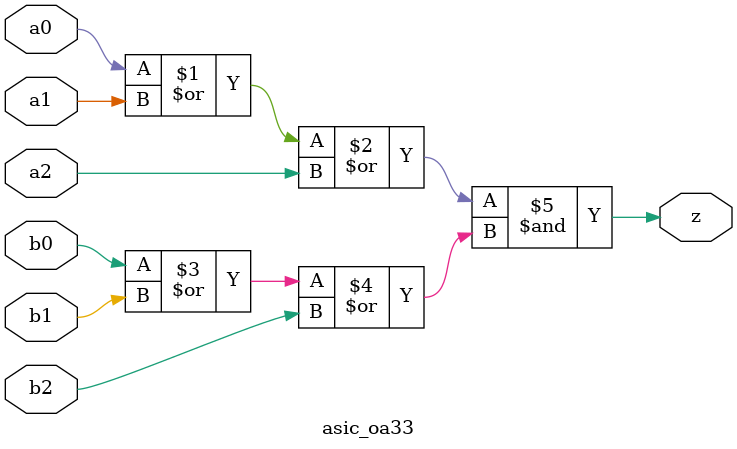
<source format=v>

module asic_oa33 #(parameter PROP = "DEFAULT")   (
    input  a0,
    input  a1,
    input  a2,
    input  b0,
    input  b1,
    input  b2,
    output z
    );

   assign z = (a0 | a1 | a2) & (b0 | b1 | b2);

endmodule

</source>
